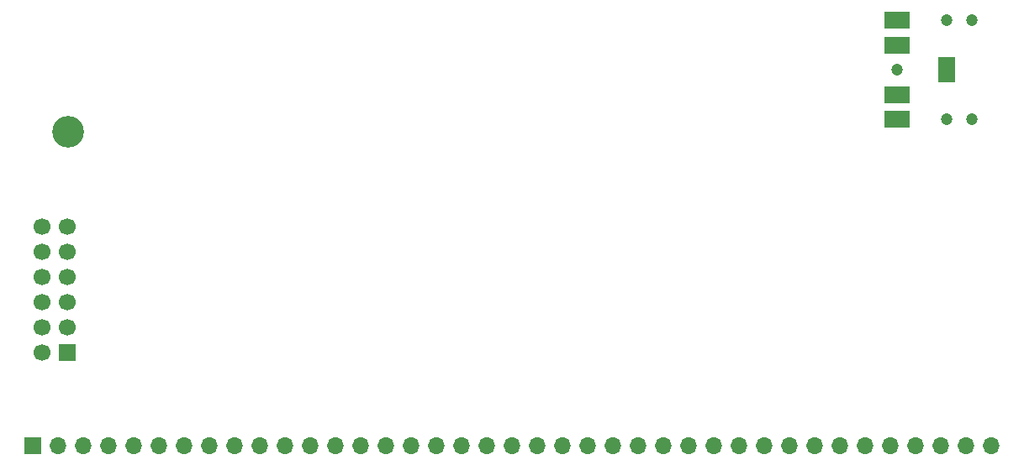
<source format=gbr>
%TF.GenerationSoftware,KiCad,Pcbnew,9.0.1+1*%
%TF.CreationDate,2025-10-07T23:46:50+00:00*%
%TF.ProjectId,rcbus-opl3,72636275-732d-46f7-906c-332e6b696361,@version@*%
%TF.SameCoordinates,Original*%
%TF.FileFunction,Soldermask,Bot*%
%TF.FilePolarity,Negative*%
%FSLAX46Y46*%
G04 Gerber Fmt 4.6, Leading zero omitted, Abs format (unit mm)*
G04 Created by KiCad (PCBNEW 9.0.1+1) date 2025-10-07 23:46:50*
%MOMM*%
%LPD*%
G01*
G04 APERTURE LIST*
%ADD10C,1.200000*%
%ADD11R,2.500000X1.800000*%
%ADD12R,1.800000X2.500000*%
%ADD13R,1.700000X1.700000*%
%ADD14C,1.700000*%
%ADD15C,3.200000*%
%ADD16O,1.700000X1.700000*%
G04 APERTURE END LIST*
D10*
%TO.C,CON1*%
X156069000Y-130595000D03*
X156069000Y-120595000D03*
X153569000Y-130595000D03*
X153569000Y-120595000D03*
X148569000Y-125595000D03*
D11*
X148569000Y-130595000D03*
X148569000Y-128095000D03*
D12*
X153569000Y-125595000D03*
D11*
X148569000Y-120595000D03*
X148569000Y-123095000D03*
%TD*%
D13*
%TO.C,JP1*%
X65000000Y-154160000D03*
D14*
X62460000Y-154160000D03*
X65000000Y-151620000D03*
X62460000Y-151620000D03*
X65000000Y-149080000D03*
X62460000Y-149080000D03*
X65000000Y-146540000D03*
X62460000Y-146540000D03*
X65000000Y-144000000D03*
X62460000Y-144000000D03*
X65000000Y-141460000D03*
X62460000Y-141460000D03*
%TD*%
D15*
%TO.C,H1*%
X65032000Y-131882000D03*
%TD*%
D13*
%TO.C,P1*%
X61500000Y-163500000D03*
D16*
X64040000Y-163500000D03*
X66580000Y-163500000D03*
X69120000Y-163500000D03*
X71660000Y-163500000D03*
X74200000Y-163500000D03*
X76740000Y-163500000D03*
X79280000Y-163500000D03*
X81820000Y-163500000D03*
X84360000Y-163500000D03*
X86900000Y-163500000D03*
X89440000Y-163500000D03*
X91980000Y-163500000D03*
X94520000Y-163500000D03*
X97060000Y-163500000D03*
X99600000Y-163500000D03*
X102140000Y-163500000D03*
X104680000Y-163500000D03*
X107220000Y-163500000D03*
X109760000Y-163500000D03*
X112300000Y-163500000D03*
X114840000Y-163500000D03*
X117380000Y-163500000D03*
X119920000Y-163500000D03*
X122460000Y-163500000D03*
X125000000Y-163500000D03*
X127540000Y-163500000D03*
X130080000Y-163500000D03*
X132620000Y-163500000D03*
X135160000Y-163500000D03*
X137700000Y-163500000D03*
X140240000Y-163500000D03*
X142780000Y-163500000D03*
X145320000Y-163500000D03*
X147860000Y-163500000D03*
X150400000Y-163500000D03*
X152940000Y-163500000D03*
X155480000Y-163500000D03*
X158020000Y-163500000D03*
%TD*%
M02*

</source>
